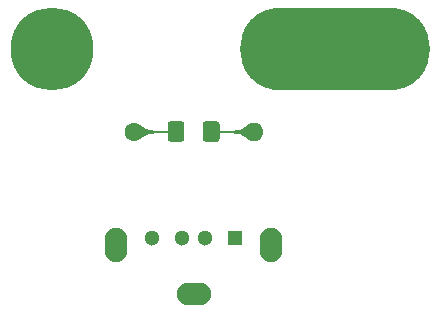
<source format=gbr>
G04 #@! TF.GenerationSoftware,KiCad,Pcbnew,(5.1.6)-1*
G04 #@! TF.CreationDate,2020-08-24T22:25:31-04:00*
G04 #@! TF.ProjectId,usbanana,75736261-6e61-46e6-912e-6b696361645f,1*
G04 #@! TF.SameCoordinates,Original*
G04 #@! TF.FileFunction,Copper,L1,Top*
G04 #@! TF.FilePolarity,Positive*
%FSLAX46Y46*%
G04 Gerber Fmt 4.6, Leading zero omitted, Abs format (unit mm)*
G04 Created by KiCad (PCBNEW (5.1.6)-1) date 2020-08-24 22:25:31*
%MOMM*%
%LPD*%
G01*
G04 APERTURE LIST*
G04 #@! TA.AperFunction,ComponentPad*
%ADD10O,16.100000X7.000000*%
G04 #@! TD*
G04 #@! TA.AperFunction,ComponentPad*
%ADD11C,7.000000*%
G04 #@! TD*
G04 #@! TA.AperFunction,ComponentPad*
%ADD12O,1.600000X1.600000*%
G04 #@! TD*
G04 #@! TA.AperFunction,ComponentPad*
%ADD13C,1.600000*%
G04 #@! TD*
G04 #@! TA.AperFunction,ComponentPad*
%ADD14O,2.900000X1.900000*%
G04 #@! TD*
G04 #@! TA.AperFunction,ComponentPad*
%ADD15O,1.900000X2.900000*%
G04 #@! TD*
G04 #@! TA.AperFunction,ComponentPad*
%ADD16C,1.300000*%
G04 #@! TD*
G04 #@! TA.AperFunction,ComponentPad*
%ADD17R,1.300000X1.300000*%
G04 #@! TD*
G04 #@! TA.AperFunction,Conductor*
%ADD18C,0.200000*%
G04 #@! TD*
G04 #@! TA.AperFunction,Conductor*
%ADD19C,0.025400*%
G04 #@! TD*
G04 APERTURE END LIST*
D10*
X150500000Y-94000000D03*
D11*
X126500000Y-94000000D03*
D12*
X143580000Y-101000000D03*
D13*
X133420000Y-101000000D03*
D14*
X138500000Y-114780000D03*
D15*
X131930000Y-110600000D03*
X145070000Y-110600000D03*
D16*
X135000000Y-110000000D03*
X137500000Y-110000000D03*
X139500000Y-110000000D03*
D17*
X142000000Y-110000000D03*
G04 #@! TA.AperFunction,SMDPad,CuDef*
G36*
G01*
X139275000Y-101625000D02*
X139275000Y-100375000D01*
G75*
G02*
X139525000Y-100125000I250000J0D01*
G01*
X140450000Y-100125000D01*
G75*
G02*
X140700000Y-100375000I0J-250000D01*
G01*
X140700000Y-101625000D01*
G75*
G02*
X140450000Y-101875000I-250000J0D01*
G01*
X139525000Y-101875000D01*
G75*
G02*
X139275000Y-101625000I0J250000D01*
G01*
G37*
G04 #@! TD.AperFunction*
G04 #@! TA.AperFunction,SMDPad,CuDef*
G36*
G01*
X136300000Y-101625000D02*
X136300000Y-100375000D01*
G75*
G02*
X136550000Y-100125000I250000J0D01*
G01*
X137475000Y-100125000D01*
G75*
G02*
X137725000Y-100375000I0J-250000D01*
G01*
X137725000Y-101625000D01*
G75*
G02*
X137475000Y-101875000I-250000J0D01*
G01*
X136550000Y-101875000D01*
G75*
G02*
X136300000Y-101625000I0J250000D01*
G01*
G37*
G04 #@! TD.AperFunction*
D18*
X137012500Y-101000000D02*
X133420000Y-101000000D01*
X139987500Y-101000000D02*
X140000000Y-101000000D01*
X140000000Y-101000000D02*
X143580000Y-101000000D01*
D19*
G36*
X134074930Y-100536624D02*
G01*
X134075673Y-100537274D01*
X134172356Y-100615474D01*
X134173180Y-100616087D01*
X134274201Y-100685087D01*
X134275095Y-100685645D01*
X134380452Y-100745445D01*
X134381401Y-100745932D01*
X134491095Y-100796532D01*
X134492081Y-100796938D01*
X134606112Y-100838338D01*
X134607112Y-100838655D01*
X134725480Y-100870855D01*
X134726474Y-100871083D01*
X134849179Y-100894083D01*
X134850148Y-100894226D01*
X134977190Y-100908026D01*
X134978117Y-100908092D01*
X135097240Y-100912264D01*
X135097240Y-101087736D01*
X134978117Y-101091907D01*
X134977190Y-101091973D01*
X134850148Y-101105773D01*
X134849179Y-101105916D01*
X134726474Y-101128916D01*
X134725480Y-101129144D01*
X134607112Y-101161344D01*
X134606112Y-101161661D01*
X134492081Y-101203061D01*
X134491095Y-101203467D01*
X134381401Y-101254067D01*
X134380452Y-101254554D01*
X134275095Y-101314354D01*
X134274201Y-101314912D01*
X134173180Y-101383912D01*
X134172356Y-101384525D01*
X134075673Y-101462725D01*
X134074930Y-101463375D01*
X133989457Y-101544271D01*
X133045426Y-101000000D01*
X133989457Y-100455729D01*
X134074930Y-100536624D01*
G37*
X134074930Y-100536624D02*
X134075673Y-100537274D01*
X134172356Y-100615474D01*
X134173180Y-100616087D01*
X134274201Y-100685087D01*
X134275095Y-100685645D01*
X134380452Y-100745445D01*
X134381401Y-100745932D01*
X134491095Y-100796532D01*
X134492081Y-100796938D01*
X134606112Y-100838338D01*
X134607112Y-100838655D01*
X134725480Y-100870855D01*
X134726474Y-100871083D01*
X134849179Y-100894083D01*
X134850148Y-100894226D01*
X134977190Y-100908026D01*
X134978117Y-100908092D01*
X135097240Y-100912264D01*
X135097240Y-101087736D01*
X134978117Y-101091907D01*
X134977190Y-101091973D01*
X134850148Y-101105773D01*
X134849179Y-101105916D01*
X134726474Y-101128916D01*
X134725480Y-101129144D01*
X134607112Y-101161344D01*
X134606112Y-101161661D01*
X134492081Y-101203061D01*
X134491095Y-101203467D01*
X134381401Y-101254067D01*
X134380452Y-101254554D01*
X134275095Y-101314354D01*
X134274201Y-101314912D01*
X134173180Y-101383912D01*
X134172356Y-101384525D01*
X134075673Y-101462725D01*
X134074930Y-101463375D01*
X133989457Y-101544271D01*
X133045426Y-101000000D01*
X133989457Y-100455729D01*
X134074930Y-100536624D01*
G36*
X143954574Y-101000000D02*
G01*
X143010543Y-101544271D01*
X142925069Y-101463375D01*
X142924326Y-101462725D01*
X142827643Y-101384525D01*
X142826819Y-101383912D01*
X142725798Y-101314912D01*
X142724904Y-101314354D01*
X142619547Y-101254554D01*
X142618598Y-101254067D01*
X142508904Y-101203467D01*
X142507918Y-101203061D01*
X142393887Y-101161661D01*
X142392887Y-101161344D01*
X142274519Y-101129144D01*
X142273525Y-101128916D01*
X142150820Y-101105916D01*
X142149851Y-101105773D01*
X142022809Y-101091973D01*
X142021882Y-101091907D01*
X141902760Y-101087736D01*
X141902760Y-100912264D01*
X142021882Y-100908092D01*
X142022809Y-100908026D01*
X142149851Y-100894226D01*
X142150820Y-100894083D01*
X142273525Y-100871083D01*
X142274519Y-100870855D01*
X142392887Y-100838655D01*
X142393887Y-100838338D01*
X142507918Y-100796938D01*
X142508904Y-100796532D01*
X142618598Y-100745932D01*
X142619547Y-100745445D01*
X142724904Y-100685645D01*
X142725798Y-100685087D01*
X142826819Y-100616087D01*
X142827643Y-100615474D01*
X142924326Y-100537274D01*
X142925069Y-100536624D01*
X143010542Y-100455729D01*
X143954574Y-101000000D01*
G37*
X143954574Y-101000000D02*
X143010543Y-101544271D01*
X142925069Y-101463375D01*
X142924326Y-101462725D01*
X142827643Y-101384525D01*
X142826819Y-101383912D01*
X142725798Y-101314912D01*
X142724904Y-101314354D01*
X142619547Y-101254554D01*
X142618598Y-101254067D01*
X142508904Y-101203467D01*
X142507918Y-101203061D01*
X142393887Y-101161661D01*
X142392887Y-101161344D01*
X142274519Y-101129144D01*
X142273525Y-101128916D01*
X142150820Y-101105916D01*
X142149851Y-101105773D01*
X142022809Y-101091973D01*
X142021882Y-101091907D01*
X141902760Y-101087736D01*
X141902760Y-100912264D01*
X142021882Y-100908092D01*
X142022809Y-100908026D01*
X142149851Y-100894226D01*
X142150820Y-100894083D01*
X142273525Y-100871083D01*
X142274519Y-100870855D01*
X142392887Y-100838655D01*
X142393887Y-100838338D01*
X142507918Y-100796938D01*
X142508904Y-100796532D01*
X142618598Y-100745932D01*
X142619547Y-100745445D01*
X142724904Y-100685645D01*
X142725798Y-100685087D01*
X142826819Y-100616087D01*
X142827643Y-100615474D01*
X142924326Y-100537274D01*
X142925069Y-100536624D01*
X143010542Y-100455729D01*
X143954574Y-101000000D01*
M02*

</source>
